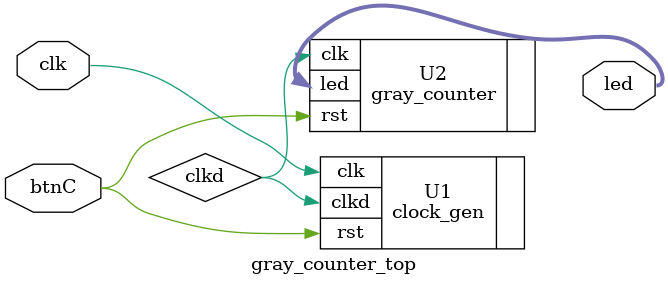
<source format=v>
`timescale 1ns / 1ps


module gray_counter_top (
    input clk,
    input btnC,
    output wire [2:0] led
    );
    
    wire clkd;
    
    clock_gen U1 (
        .clk(clk),
        .rst(btnC),
        .clkd(clkd)
        );
        
    gray_counter U2 (
        .clk(clkd),
        .rst(btnC),
        .led(led)
        );
        
        
endmodule


</source>
